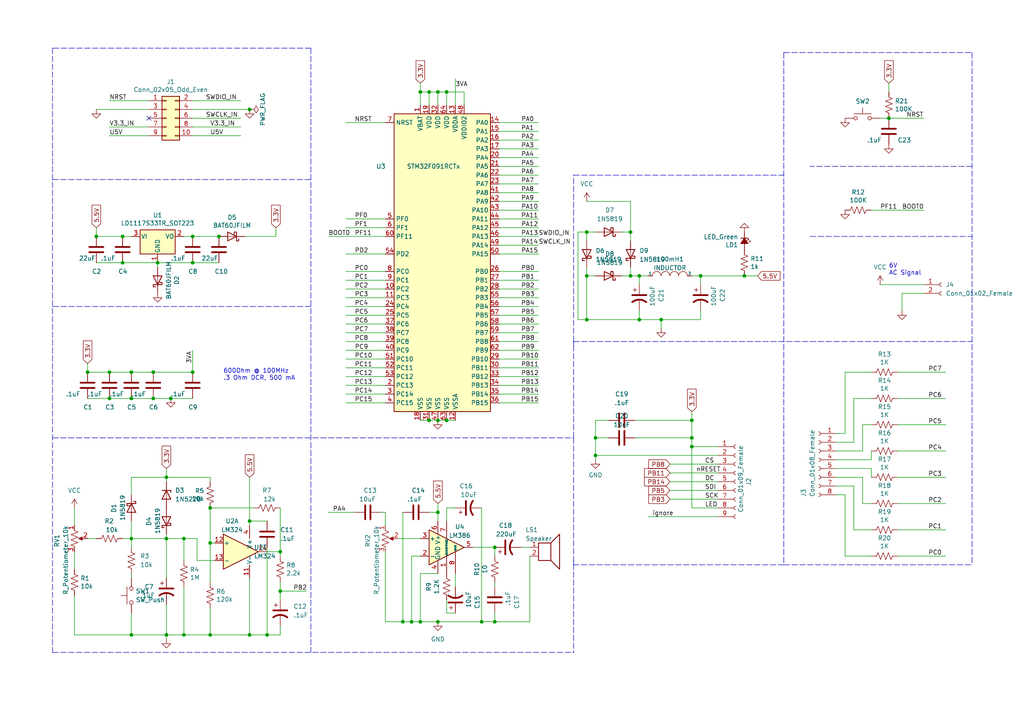
<source format=kicad_sch>
(kicad_sch (version 20211123) (generator eeschema)
  (paper "A4")
  (title_block (title "STM32F091 Dev Board") (date "2020-06-22") (rev "1"))
  (junction (at 170.18 92.71))
  (junction (at 170.18 67.31))
  (junction (at 27.94 68.58))
  (junction (at 38.1 115.57))
  (junction (at 72.39 184.15))
  (junction (at 72.39 31.75))
  (junction (at 200.66 127))
  (junction (at 200.66 129.54))
  (junction (at 191.77 92.71))
  (junction (at 127 26.67))
  (junction (at 172.72 132.08))
  (junction (at 143.51 158.75))
  (junction (at 143.51 180.34))
  (junction (at 129.54 121.92))
  (junction (at 38.1 107.95))
  (junction (at 48.26 184.15))
  (junction (at 60.96 147.32))
  (junction (at 55.88 76.2))
  (junction (at 116.84 180.34))
  (junction (at 121.92 180.34))
  (junction (at 53.34 184.15))
  (junction (at 215.9 80.01))
  (junction (at 127 148.59))
  (junction (at 139.7 180.34))
  (junction (at 48.26 138.43))
  (junction (at 124.46 121.92))
  (junction (at 55.88 68.58))
  (junction (at 44.45 115.57))
  (junction (at 203.2 80.01))
  (junction (at 77.47 184.15))
  (junction (at 257.81 34.29))
  (junction (at 124.46 26.67))
  (junction (at 31.75 107.95))
  (junction (at 127 180.34))
  (junction (at 38.1 156.21))
  (junction (at 129.54 26.67))
  (junction (at 121.92 26.67))
  (junction (at 81.28 160.02))
  (junction (at 55.88 107.95))
  (junction (at 127 121.92))
  (junction (at 81.28 171.45))
  (junction (at 72.39 151.13))
  (junction (at 35.56 76.2))
  (junction (at 119.38 180.34))
  (junction (at 182.88 80.01))
  (junction (at 63.5 68.58))
  (junction (at 38.1 184.15))
  (junction (at 49.53 115.57))
  (junction (at 185.42 92.71))
  (junction (at 45.72 76.2))
  (junction (at 60.96 184.15))
  (junction (at 200.66 121.92))
  (junction (at 60.96 157.48))
  (junction (at 48.26 156.21))
  (junction (at 172.72 127))
  (junction (at 170.18 80.01))
  (junction (at 44.45 107.95))
  (junction (at 31.75 115.57))
  (junction (at 185.42 80.01))
  (junction (at 25.4 107.95))
  (junction (at 182.88 67.31))
  (junction (at 35.56 68.58))
  (junction (at 53.34 156.21))
  (no_connect (at 43.18 34.29))
  (wire (pts (xy 172.72 121.92) (xy 172.72 127)))
  (wire (pts (xy 111.76 78.74) (xy 100.33 78.74)))
  (wire (pts (xy 182.88 80.01) (xy 180.34 80.01)))
  (wire (pts (xy 144.78 63.5) (xy 156.21 63.5)))
  (wire (pts (xy 48.26 175.26) (xy 48.26 184.15)))
  (wire (pts (xy 170.18 67.31) (xy 167.64 67.31)))
  (wire (pts (xy 255.27 34.29) (xy 257.81 34.29)))
  (wire (pts (xy 121.92 166.37) (xy 121.92 180.34)))
  (wire (pts (xy 48.26 138.43) (xy 60.96 138.43)))
  (wire (pts (xy 27.94 76.2) (xy 35.56 76.2)))
  (wire (pts (xy 153.67 161.29) (xy 153.67 180.34)))
  (wire (pts (xy 144.78 91.44) (xy 156.21 91.44)))
  (wire (pts (xy 38.1 138.43) (xy 48.26 138.43)))
  (wire (pts (xy 252.73 135.89) (xy 252.73 138.43)))
  (wire (pts (xy 144.78 60.96) (xy 156.21 60.96)))
  (wire (pts (xy 250.19 138.43) (xy 250.19 146.05)))
  (wire (pts (xy 127 180.34) (xy 139.7 180.34)))
  (wire (pts (xy 260.35 161.29) (xy 274.32 161.29)))
  (wire (pts (xy 200.66 119.38) (xy 200.66 121.92)))
  (wire (pts (xy 45.72 77.47) (xy 45.72 76.2)))
  (wire (pts (xy 111.76 35.56) (xy 100.33 35.56)))
  (wire (pts (xy 111.76 63.5) (xy 100.33 63.5)))
  (wire (pts (xy 260.35 138.43) (xy 274.32 138.43)))
  (polyline (pts (xy 166.37 99.06) (xy 166.37 50.8)))
  (wire (pts (xy 45.72 76.2) (xy 55.88 76.2)))
  (wire (pts (xy 127 146.05) (xy 127 148.59)))
  (wire (pts (xy 191.77 92.71) (xy 191.77 95.25)))
  (wire (pts (xy 21.59 160.02) (xy 21.59 165.1)))
  (wire (pts (xy 144.78 116.84) (xy 156.21 116.84)))
  (wire (pts (xy 124.46 30.48) (xy 124.46 26.67)))
  (wire (pts (xy 242.57 140.97) (xy 247.65 140.97)))
  (wire (pts (xy 55.88 34.29) (xy 69.85 34.29)))
  (wire (pts (xy 38.1 107.95) (xy 44.45 107.95)))
  (wire (pts (xy 129.54 177.8) (xy 132.08 177.8)))
  (wire (pts (xy 257.81 34.29) (xy 267.97 34.29)))
  (wire (pts (xy 129.54 173.99) (xy 129.54 177.8)))
  (wire (pts (xy 215.9 80.01) (xy 219.71 80.01)))
  (wire (pts (xy 53.34 184.15) (xy 60.96 184.15)))
  (wire (pts (xy 53.34 156.21) (xy 57.15 156.21)))
  (wire (pts (xy 250.19 130.81) (xy 250.19 123.19)))
  (wire (pts (xy 111.76 180.34) (xy 116.84 180.34)))
  (wire (pts (xy 144.78 81.28) (xy 156.21 81.28)))
  (wire (pts (xy 48.26 156.21) (xy 53.34 156.21)))
  (wire (pts (xy 48.26 135.89) (xy 48.26 138.43)))
  (wire (pts (xy 111.76 111.76) (xy 100.33 111.76)))
  (wire (pts (xy 129.54 30.48) (xy 129.54 26.67)))
  (wire (pts (xy 252.73 60.96) (xy 267.97 60.96)))
  (wire (pts (xy 245.11 125.73) (xy 245.11 107.95)))
  (wire (pts (xy 115.57 156.21) (xy 121.92 156.21)))
  (wire (pts (xy 261.62 85.09) (xy 261.62 90.17)))
  (wire (pts (xy 252.73 130.81) (xy 252.73 133.35)))
  (wire (pts (xy 200.66 127) (xy 200.66 121.92)))
  (wire (pts (xy 203.2 90.17) (xy 203.2 92.71)))
  (wire (pts (xy 132.08 166.37) (xy 132.08 170.18)))
  (wire (pts (xy 172.72 132.08) (xy 172.72 133.35)))
  (wire (pts (xy 72.39 184.15) (xy 77.47 184.15)))
  (wire (pts (xy 95.25 68.58) (xy 111.76 68.58)))
  (wire (pts (xy 151.13 158.75) (xy 153.67 158.75)))
  (wire (pts (xy 31.75 115.57) (xy 38.1 115.57)))
  (wire (pts (xy 144.78 68.58) (xy 156.21 68.58)))
  (wire (pts (xy 144.78 48.26) (xy 156.21 48.26)))
  (wire (pts (xy 260.35 130.81) (xy 274.32 130.81)))
  (polyline (pts (xy 166.37 99.06) (xy 166.37 100.33)))
  (wire (pts (xy 144.78 53.34) (xy 156.21 53.34)))
  (wire (pts (xy 111.76 83.82) (xy 100.33 83.82)))
  (wire (pts (xy 111.76 66.04) (xy 100.33 66.04)))
  (wire (pts (xy 38.1 177.8) (xy 38.1 184.15)))
  (wire (pts (xy 167.64 92.71) (xy 170.18 92.71)))
  (wire (pts (xy 172.72 127) (xy 172.72 132.08)))
  (wire (pts (xy 250.19 123.19) (xy 252.73 123.19)))
  (wire (pts (xy 77.47 184.15) (xy 81.28 184.15)))
  (wire (pts (xy 132.08 30.48) (xy 132.08 22.86)))
  (wire (pts (xy 55.88 76.2) (xy 63.5 76.2)))
  (wire (pts (xy 194.31 137.16) (xy 208.28 137.16)))
  (wire (pts (xy 200.66 80.01) (xy 203.2 80.01)))
  (wire (pts (xy 119.38 161.29) (xy 121.92 161.29)))
  (wire (pts (xy 72.39 151.13) (xy 77.47 151.13)))
  (wire (pts (xy 48.26 138.43) (xy 48.26 139.7)))
  (wire (pts (xy 48.26 184.15) (xy 48.26 185.42)))
  (wire (pts (xy 127 151.13) (xy 127 148.59)))
  (polyline (pts (xy 166.37 50.8) (xy 227.33 50.8)))
  (wire (pts (xy 38.1 115.57) (xy 44.45 115.57)))
  (wire (pts (xy 257.81 24.13) (xy 257.81 26.67)))
  (wire (pts (xy 185.42 80.01) (xy 187.96 80.01)))
  (polyline (pts (xy 227.33 163.83) (xy 166.37 163.83)))
  (wire (pts (xy 72.39 167.64) (xy 72.39 184.15)))
  (wire (pts (xy 260.35 123.19) (xy 274.32 123.19)))
  (wire (pts (xy 38.1 166.37) (xy 38.1 167.64)))
  (polyline (pts (xy 15.24 13.97) (xy 15.24 189.23)))
  (wire (pts (xy 129.54 121.92) (xy 132.08 121.92)))
  (wire (pts (xy 144.78 114.3) (xy 156.21 114.3)))
  (wire (pts (xy 43.18 29.21) (xy 31.75 29.21)))
  (wire (pts (xy 119.38 161.29) (xy 119.38 180.34)))
  (wire (pts (xy 127 30.48) (xy 127 26.67)))
  (wire (pts (xy 55.88 36.83) (xy 69.85 36.83)))
  (polyline (pts (xy 234.95 99.06) (xy 281.94 99.06)))
  (wire (pts (xy 208.28 129.54) (xy 200.66 129.54)))
  (wire (pts (xy 38.1 151.13) (xy 38.1 156.21)))
  (wire (pts (xy 184.15 127) (xy 200.66 127)))
  (wire (pts (xy 200.66 129.54) (xy 200.66 147.32)))
  (wire (pts (xy 247.65 140.97) (xy 247.65 153.67)))
  (wire (pts (xy 43.18 36.83) (xy 31.75 36.83)))
  (wire (pts (xy 203.2 80.01) (xy 203.2 82.55)))
  (wire (pts (xy 55.88 68.58) (xy 63.5 68.58)))
  (wire (pts (xy 111.76 91.44) (xy 100.33 91.44)))
  (wire (pts (xy 77.47 160.02) (xy 81.28 160.02)))
  (wire (pts (xy 182.88 67.31) (xy 182.88 69.85)))
  (polyline (pts (xy 90.17 88.9) (xy 15.24 88.9)))
  (wire (pts (xy 21.59 184.15) (xy 38.1 184.15)))
  (wire (pts (xy 116.84 180.34) (xy 119.38 180.34)))
  (wire (pts (xy 48.26 154.94) (xy 48.26 156.21)))
  (wire (pts (xy 111.76 96.52) (xy 100.33 96.52)))
  (wire (pts (xy 55.88 101.6) (xy 55.88 107.95)))
  (wire (pts (xy 182.88 67.31) (xy 182.88 58.42)))
  (wire (pts (xy 31.75 107.95) (xy 38.1 107.95)))
  (wire (pts (xy 242.57 125.73) (xy 245.11 125.73)))
  (wire (pts (xy 27.94 68.58) (xy 35.56 68.58)))
  (wire (pts (xy 144.78 101.6) (xy 156.21 101.6)))
  (wire (pts (xy 144.78 104.14) (xy 156.21 104.14)))
  (wire (pts (xy 144.78 86.36) (xy 156.21 86.36)))
  (wire (pts (xy 111.76 81.28) (xy 100.33 81.28)))
  (wire (pts (xy 187.96 149.86) (xy 208.28 149.86)))
  (wire (pts (xy 44.45 115.57) (xy 49.53 115.57)))
  (wire (pts (xy 144.78 93.98) (xy 156.21 93.98)))
  (wire (pts (xy 172.72 80.01) (xy 170.18 80.01)))
  (wire (pts (xy 111.76 116.84) (xy 100.33 116.84)))
  (wire (pts (xy 81.28 171.45) (xy 88.9 171.45)))
  (polyline (pts (xy 234.95 68.58) (xy 281.94 68.58)))
  (polyline (pts (xy 90.17 13.97) (xy 90.17 189.23)))
  (wire (pts (xy 25.4 115.57) (xy 31.75 115.57)))
  (wire (pts (xy 57.15 162.56) (xy 62.23 162.56)))
  (wire (pts (xy 121.92 26.67) (xy 124.46 26.67)))
  (wire (pts (xy 267.97 85.09) (xy 261.62 85.09)))
  (wire (pts (xy 71.12 68.58) (xy 80.01 68.58)))
  (wire (pts (xy 25.4 156.21) (xy 27.94 156.21)))
  (wire (pts (xy 260.35 146.05) (xy 274.32 146.05)))
  (wire (pts (xy 60.96 147.32) (xy 60.96 157.48)))
  (wire (pts (xy 242.57 130.81) (xy 250.19 130.81)))
  (wire (pts (xy 21.59 172.72) (xy 21.59 184.15)))
  (wire (pts (xy 144.78 55.88) (xy 156.21 55.88)))
  (wire (pts (xy 242.57 133.35) (xy 252.73 133.35)))
  (wire (pts (xy 144.78 40.64) (xy 156.21 40.64)))
  (wire (pts (xy 60.96 157.48) (xy 62.23 157.48)))
  (wire (pts (xy 144.78 35.56) (xy 156.21 35.56)))
  (polyline (pts (xy 281.94 48.26) (xy 234.95 48.26)))
  (wire (pts (xy 200.66 147.32) (xy 208.28 147.32)))
  (wire (pts (xy 27.94 31.75) (xy 43.18 31.75)))
  (wire (pts (xy 53.34 68.58) (xy 55.88 68.58)))
  (polyline (pts (xy 166.37 163.83) (xy 166.37 162.56)))
  (wire (pts (xy 170.18 67.31) (xy 172.72 67.31)))
  (wire (pts (xy 111.76 152.4) (xy 111.76 148.59)))
  (wire (pts (xy 144.78 111.76) (xy 156.21 111.76)))
  (wire (pts (xy 242.57 135.89) (xy 252.73 135.89)))
  (wire (pts (xy 203.2 80.01) (xy 215.9 80.01)))
  (wire (pts (xy 144.78 109.22) (xy 156.21 109.22)))
  (wire (pts (xy 245.11 107.95) (xy 252.73 107.95)))
  (wire (pts (xy 80.01 66.04) (xy 80.01 68.58)))
  (polyline (pts (xy 227.33 15.24) (xy 281.94 15.24)))
  (polyline (pts (xy 15.24 52.07) (xy 90.17 52.07)))
  (wire (pts (xy 260.35 115.57) (xy 274.32 115.57)))
  (wire (pts (xy 38.1 156.21) (xy 48.26 156.21)))
  (wire (pts (xy 72.39 138.43) (xy 72.39 151.13)))
  (wire (pts (xy 121.92 180.34) (xy 127 180.34)))
  (wire (pts (xy 247.65 115.57) (xy 252.73 115.57)))
  (wire (pts (xy 194.31 142.24) (xy 208.28 142.24)))
  (wire (pts (xy 57.15 156.21) (xy 57.15 162.56)))
  (wire (pts (xy 48.26 184.15) (xy 53.34 184.15)))
  (wire (pts (xy 191.77 92.71) (xy 203.2 92.71)))
  (wire (pts (xy 129.54 26.67) (xy 134.62 26.67)))
  (wire (pts (xy 134.62 26.67) (xy 134.62 30.48)))
  (wire (pts (xy 124.46 26.67) (xy 127 26.67)))
  (wire (pts (xy 116.84 148.59) (xy 116.84 180.34)))
  (wire (pts (xy 144.78 96.52) (xy 156.21 96.52)))
  (wire (pts (xy 182.88 77.47) (xy 182.88 80.01)))
  (wire (pts (xy 111.76 109.22) (xy 100.33 109.22)))
  (wire (pts (xy 81.28 160.02) (xy 81.28 161.29)))
  (wire (pts (xy 242.57 128.27) (xy 247.65 128.27)))
  (wire (pts (xy 121.92 121.92) (xy 124.46 121.92)))
  (wire (pts (xy 185.42 90.17) (xy 185.42 92.71)))
  (wire (pts (xy 260.35 107.95) (xy 274.32 107.95)))
  (wire (pts (xy 170.18 80.01) (xy 170.18 92.71)))
  (wire (pts (xy 121.92 24.13) (xy 121.92 26.67)))
  (wire (pts (xy 172.72 127) (xy 176.53 127)))
  (wire (pts (xy 127 166.37) (xy 121.92 166.37)))
  (wire (pts (xy 55.88 39.37) (xy 69.85 39.37)))
  (wire (pts (xy 194.31 139.7) (xy 208.28 139.7)))
  (wire (pts (xy 48.26 156.21) (xy 48.26 167.64)))
  (wire (pts (xy 242.57 143.51) (xy 245.11 143.51)))
  (wire (pts (xy 185.42 80.01) (xy 185.42 82.55)))
  (wire (pts (xy 60.96 138.43) (xy 60.96 139.7)))
  (wire (pts (xy 95.25 148.59) (xy 102.87 148.59)))
  (wire (pts (xy 144.78 43.18) (xy 156.21 43.18)))
  (wire (pts (xy 25.4 105.41) (xy 25.4 107.95)))
  (wire (pts (xy 144.78 78.74) (xy 156.21 78.74)))
  (polyline (pts (xy 15.24 189.23) (xy 166.37 189.23)))
  (wire (pts (xy 38.1 156.21) (xy 38.1 158.75)))
  (wire (pts (xy 111.76 104.14) (xy 100.33 104.14)))
  (polyline (pts (xy 227.33 15.24) (xy 227.33 163.83)))
  (wire (pts (xy 124.46 148.59) (xy 127 148.59)))
  (wire (pts (xy 119.38 180.34) (xy 121.92 180.34)))
  (wire (pts (xy 167.64 67.31) (xy 167.64 92.71)))
  (wire (pts (xy 60.96 147.32) (xy 73.66 147.32)))
  (wire (pts (xy 250.19 146.05) (xy 252.73 146.05)))
  (wire (pts (xy 55.88 31.75) (xy 72.39 31.75)))
  (polyline (pts (xy 166.37 127) (xy 166.37 189.23)))
  (wire (pts (xy 260.35 153.67) (xy 274.32 153.67)))
  (wire (pts (xy 53.34 156.21) (xy 53.34 162.56)))
  (wire (pts (xy 143.51 177.8) (xy 143.51 180.34)))
  (wire (pts (xy 176.53 121.92) (xy 172.72 121.92)))
  (wire (pts (xy 31.75 39.37) (xy 43.18 39.37)))
  (wire (pts (xy 111.76 101.6) (xy 100.33 101.6)))
  (wire (pts (xy 170.18 77.47) (xy 170.18 80.01)))
  (wire (pts (xy 143.51 168.91) (xy 143.51 170.18)))
  (wire (pts (xy 242.57 138.43) (xy 250.19 138.43)))
  (wire (pts (xy 139.7 147.32) (xy 139.7 180.34)))
  (wire (pts (xy 38.1 184.15) (xy 48.26 184.15)))
  (wire (pts (xy 25.4 107.95) (xy 31.75 107.95)))
  (wire (pts (xy 144.78 50.8) (xy 156.21 50.8)))
  (wire (pts (xy 137.16 158.75) (xy 143.51 158.75)))
  (wire (pts (xy 49.53 115.57) (xy 55.88 115.57)))
  (wire (pts (xy 247.65 153.67) (xy 252.73 153.67)))
  (wire (pts (xy 72.39 151.13) (xy 72.39 152.4)))
  (wire (pts (xy 143.51 180.34) (xy 153.67 180.34)))
  (wire (pts (xy 27.94 66.04) (xy 27.94 68.58)))
  (wire (pts (xy 111.76 86.36) (xy 100.33 86.36)))
  (polyline (pts (xy 90.17 13.97) (xy 15.24 13.97)))
  (wire (pts (xy 110.49 148.59) (xy 111.76 148.59)))
  (wire (pts (xy 129.54 151.13) (xy 129.54 147.32)))
  (wire (pts (xy 172.72 132.08) (xy 208.28 132.08)))
  (wire (pts (xy 60.96 176.53) (xy 60.96 184.15)))
  (wire (pts (xy 81.28 181.61) (xy 81.28 184.15)))
  (wire (pts (xy 129.54 147.32) (xy 132.08 147.32)))
  (wire (pts (xy 144.78 71.12) (xy 156.21 71.12)))
  (wire (pts (xy 185.42 92.71) (xy 191.77 92.71)))
  (wire (pts (xy 144.78 73.66) (xy 156.21 73.66)))
  (wire (pts (xy 44.45 107.95) (xy 55.88 107.95)))
  (wire (pts (xy 127 121.92) (xy 129.54 121.92)))
  (wire (pts (xy 38.1 156.21) (xy 35.56 156.21)))
  (wire (pts (xy 182.88 80.01) (xy 185.42 80.01)))
  (wire (pts (xy 55.88 29.21) (xy 69.85 29.21)))
  (wire (pts (xy 200.66 121.92) (xy 184.15 121.92)))
  (wire (pts (xy 111.76 160.02) (xy 111.76 180.34)))
  (wire (pts (xy 247.65 128.27) (xy 247.65 115.57)))
  (wire (pts (xy 53.34 170.18) (xy 53.34 184.15)))
  (wire (pts (xy 77.47 158.75) (xy 77.47 184.15)))
  (wire (pts (xy 81.28 173.99) (xy 81.28 171.45)))
  (wire (pts (xy 144.78 106.68) (xy 156.21 106.68)))
  (wire (pts (xy 111.76 99.06) (xy 100.33 99.06)))
  (wire (pts (xy 194.31 134.62) (xy 208.28 134.62)))
  (wire (pts (xy 144.78 66.04) (xy 156.21 66.04)))
  (wire (pts (xy 124.46 121.92) (xy 127 121.92)))
  (wire (pts (xy 35.56 76.2) (xy 45.72 76.2)))
  (wire (pts (xy 38.1 138.43) (xy 38.1 143.51)))
  (wire (pts (xy 170.18 58.42) (xy 182.88 58.42)))
  (wire (pts (xy 60.96 184.15) (xy 72.39 184.15)))
  (wire (pts (xy 245.11 161.29) (xy 252.73 161.29)))
  (polyline (pts (xy 281.94 15.24) (xy 281.94 163.83)))
  (wire (pts (xy 144.78 38.1) (xy 156.21 38.1)))
  (wire (pts (xy 21.59 147.32) (xy 21.59 152.4)))
  (wire (pts (xy 200.66 129.54) (xy 200.66 127)))
  (wire (pts (xy 144.78 58.42) (xy 156.21 58.42)))
  (wire (pts (xy 60.96 157.48) (xy 60.96 168.91)))
  (wire (pts (xy 38.1 68.58) (xy 35.56 68.58)))
  (wire (pts (xy 121.92 30.48) (xy 121.92 26.67)))
  (wire (pts (xy 111.76 93.98) (xy 100.33 93.98)))
  (wire (pts (xy 111.76 106.68) (xy 100.33 106.68)))
  (wire (pts (xy 180.34 67.31) (xy 182.88 67.31)))
  (wire (pts (xy 245.11 143.51) (xy 245.11 161.29)))
  (wire (pts (xy 144.78 99.06) (xy 156.21 99.06)))
  (polyline (pts (xy 166.37 99.06) (xy 234.95 99.06)))
  (wire (pts (xy 81.28 147.32) (xy 81.28 160.02)))
  (wire (pts (xy 170.18 92.71) (xy 185.42 92.71)))
  (wire (pts (xy 143.51 158.75) (xy 143.51 161.29)))
  (wire (pts (xy 255.27 82.55) (xy 267.97 82.55)))
  (wire (pts (xy 81.28 168.91) (xy 81.28 171.45)))
  (wire (pts (xy 144.78 88.9) (xy 156.21 88.9)))
  (polyline (pts (xy 166.37 127) (xy 166.37 99.06)))
  (wire (pts (xy 139.7 180.34) (xy 143.51 180.34)))
  (wire (pts (xy 144.78 83.82) (xy 156.21 83.82)))
  (wire (pts (xy 127 26.67) (xy 129.54 26.67)))
  (wire (pts (xy 144.78 45.72) (xy 156.21 45.72)))
  (wire (pts (xy 111.76 88.9) (xy 100.33 88.9)))
  (wire (pts (xy 194.31 144.78) (xy 208.28 144.78)))
  (wire (pts (xy 170.18 67.31) (xy 170.18 69.85)))
  (wire (pts (xy 111.76 73.66) (xy 100.33 73.66)))
  (polyline (pts (xy 15.24 127) (xy 166.37 127)))
  (wire (pts (xy 111.76 114.3) (xy 100.33 114.3)))
  (polyline (pts (xy 227.33 163.83) (xy 281.94 163.83)))
  (text "600Ohm @ 100MHz\n.3 Ohm DCR, 500 mA" (at 64.77 110.49 0) (effects (font (size 1.27 1.27)) (justify left bottom)))
  (text "6V \nAC Signal\n" (at 257.81 80.01 0) (effects (font (size 1.27 1.27)) (justify left bottom)))
  (label "PA7" (at 151.13 53.34 0))
  (label "PA6" (at 151.13 50.8 0))
  (label "PA3" (at 151.13 43.18 0))
  (label "PF0" (at 102.87 63.5 0))
  (label "PB2" (at 85.09 171.45 0))
  (label "PF1" (at 102.87 66.04 0))
  (label "PB4" (at 151.13 88.9 0))
  (label "3VA" (at 55.88 105.41 90))
  (label "PC3" (at 102.87 86.36 0))
  (label "PC14" (at 102.87 114.3 0))
  (label "PA8" (at 151.13 55.88 0))
  (label "PC11" (at 102.87 106.68 0))
  (label "DC" (at 204.47 139.7 0))
  (label "U5V" (at 31.75 39.37 0))
  (label "PC6" (at 269.24 115.57 0))
  (label "PC0" (at 269.24 161.29 0))
  (label "PB10" (at 151.13 104.14 0))
  (label "PA2" (at 151.13 40.64 0))
  (label "LED" (at 204.47 147.32 0))
  (label "PD2" (at 102.87 73.66 0))
  (label "PC12" (at 102.87 109.22 0))
  (label "ignore" (at 189.23 149.86 0))
  (label "PB0" (at 151.13 78.74 0))
  (label "PB2" (at 151.13 83.82 0))
  (label "PA10" (at 151.13 60.96 0))
  (label "PA4" (at 96.52 148.59 0))
  (label "CS" (at 204.47 134.62 0))
  (label "PA15" (at 151.13 73.66 0))
  (label "PC1" (at 102.87 81.28 0))
  (label "PC7" (at 269.24 107.95 0))
  (label "PA11" (at 151.13 63.5 0))
  (label "PC5" (at 102.87 91.44 0))
  (label "NRST" (at 262.89 34.29 0))
  (label "PC5" (at 269.24 123.19 0))
  (label "PA0" (at 151.13 35.56 0))
  (label "PC2" (at 269.24 146.05 0))
  (label "PC4" (at 269.24 130.81 0))
  (label "U5V" (at 60.96 39.37 0))
  (label "PC3" (at 269.24 138.43 0))
  (label "3VA" (at 132.08 25.4 0))
  (label "PA1" (at 151.13 38.1 0))
  (label "PB14" (at 151.13 114.3 0))
  (label "PB11" (at 151.13 106.68 0))
  (label "PA14" (at 151.13 71.12 0))
  (label "PC6" (at 102.87 93.98 0))
  (label "PB8" (at 151.13 99.06 0))
  (label "PB5" (at 151.13 91.44 0))
  (label "PC0" (at 102.87 78.74 0))
  (label "PF11" (at 255.27 60.96 0))
  (label "PB9" (at 151.13 101.6 0))
  (label "SCK" (at 204.47 144.78 0))
  (label "PA13" (at 151.13 68.58 0))
  (label "PC1" (at 269.24 153.67 0))
  (label "PC10" (at 102.87 104.14 0))
  (label "BOOT0" (at 261.62 60.96 0))
  (label "PB6" (at 151.13 93.98 0))
  (label "PC15" (at 102.87 116.84 0))
  (label "PB1" (at 151.13 81.28 0))
  (label "PA9" (at 151.13 58.42 0))
  (label "SWCLK_IN" (at 156.21 71.12 0))
  (label "PA5" (at 151.13 48.26 0))
  (label "nRESET" (at 201.93 137.16 0))
  (label "V3.3_IN" (at 31.75 36.83 0))
  (label "V3.3_IN" (at 60.96 36.83 0))
  (label "PC9" (at 102.87 101.6 0))
  (label "PC13" (at 102.87 111.76 0))
  (label "SDI" (at 204.47 142.24 0))
  (label "PA4" (at 151.13 45.72 0))
  (label "PB7" (at 151.13 96.52 0))
  (label "BOOT0" (at 95.25 68.58 0))
  (label "PB3" (at 151.13 86.36 0))
  (label "PC7" (at 102.87 96.52 0))
  (label "PC4" (at 102.87 88.9 0))
  (label "SWDIO_IN" (at 156.21 68.58 0))
  (label "PF11" (at 102.87 68.58 0))
  (label "NRST" (at 102.87 35.56 0))
  (label "NRST" (at 31.75 29.21 0))
  (label "PA12" (at 151.13 66.04 0))
  (label "PC2" (at 102.87 83.82 0))
  (label "SWDIO_IN" (at 59.69 29.21 0))
  (label "PB12" (at 151.13 109.22 0))
  (label "SWCLK_IN" (at 59.69 34.29 0))
  (label "PB15" (at 151.13 116.84 0))
  (label "PC8" (at 102.87 99.06 0))
  (label "PB13" (at 151.13 111.76 0))
  (global_label "3.3V" (shape input) (at 200.66 119.38 90) (property "Intersheet References" "${INTERSHEET_REFS}" (effects hide)))
  (global_label "3.3V" (shape input) (at 80.01 66.04 90) (property "Intersheet References" "${INTERSHEET_REFS}" (effects hide)))
  (global_label "PB11" (shape input) (at 194.31 137.16 180) (property "Intersheet References" "${INTERSHEET_REFS}" (effects hide)))
  (global_label "5.5V" (shape input) (at 72.39 138.43 90) (property "Intersheet References" "${INTERSHEET_REFS}" (effects hide)))
  (global_label "PB8" (shape input) (at 194.31 134.62 180) (property "Intersheet References" "${INTERSHEET_REFS}" (effects hide)))
  (global_label "3.3V" (shape input) (at 121.92 24.13 90) (property "Intersheet References" "${INTERSHEET_REFS}" (effects hide)))
  (global_label "3.3V" (shape input) (at 257.81 24.13 90) (property "Intersheet References" "${INTERSHEET_REFS}" (effects hide)))
  (global_label "PB5" (shape input) (at 194.31 142.24 180) (property "Intersheet References" "${INTERSHEET_REFS}" (effects hide)))
  (global_label "PB3" (shape input) (at 194.31 144.78 180) (property "Intersheet References" "${INTERSHEET_REFS}" (effects hide)))
  (global_label "PB14" (shape input) (at 194.31 139.7 180) (property "Intersheet References" "${INTERSHEET_REFS}" (effects hide)))
  (global_label "5.5V" (shape input) (at 219.71 80.01 0) (property "Intersheet References" "${INTERSHEET_REFS}" (effects hide)))
  (global_label "3.3V" (shape input) (at 48.26 135.89 90) (property "Intersheet References" "${INTERSHEET_REFS}" (effects hide)))
  (global_label "5.5V" (shape input) (at 27.94 66.04 90) (property "Intersheet References" "${INTERSHEET_REFS}" (effects hide)))
  (global_label "5.5V" (shape input) (at 127 146.05 90) (property "Intersheet References" "${INTERSHEET_REFS}" (effects hide)))
  (global_label "3.3V" (shape input) (at 25.4 105.41 90) (property "Intersheet References" "${INTERSHEET_REFS}" (effects hide)))
  (symbol (lib_id "Device:R_US") (at 257.81 30.48 0) (unit 1)
    (property "Reference" "R21" (at 259.5372 29.3116 0) (effects (justify left)))
    (property "Value" "100K" (at 259.5372 31.623 0) (effects (justify left)))
    (property "Footprint" "Resistor_SMD:R_0805_2012Metric_Pad1.20x1.40mm_HandSolder" (effects hide))
  )
  (symbol (lib_id "Switch:SW_Push") (at 250.19 34.29 0) (unit 1)
    (property "Reference" "SW2" (at 250.19 29.3878 0))
    (property "Value" "SW_Push" (effects hide))
    (property "Footprint" "Button_Switch_SMD:SW_SPST_PTS645" (effects hide))
  )
  (symbol (lib_id "power:GND") (at 257.81 41.91 0) (unit 1)
    (property "Reference" "#PWR016" (effects hide))
    (property "Value" "GND" (effects hide))
  )
  (symbol (lib_id "power:GND") (at 245.11 34.29 0) (unit 1)
    (property "Reference" "#PWR013" (effects hide))
    (property "Value" "GND" (effects hide))
  )
  (symbol (lib_id "Connector_Generic:Conn_02x05_Odd_Even") (at 48.26 34.29 0) (unit 1)
    (property "Reference" "J1" (at 49.53 23.6982 0))
    (property "Value" "Conn_02x05_Odd_Even" (at 49.53 26.0096 0))
    (property "Footprint" "Connector_IDC:IDC-Header_2x05_P2.54mm_Vertical" (effects hide))
  )
  (symbol (lib_id "power:GND") (at 27.94 31.75 0) (unit 1)
    (property "Reference" "#PWR02" (effects hide))
    (property "Value" "GND" (effects hide))
  )
  (symbol (lib_id "power:GND") (at 72.39 31.75 0) (unit 1)
    (property "Reference" "#PWR06" (effects hide))
    (property "Value" "GND" (effects hide))
  )
  (symbol (lib_id "Regulator_Linear:LD1117S33TR_SOT223") (at 45.72 68.58 0) (unit 1)
    (property "Reference" "U1" (at 45.72 62.4332 0))
    (property "Value" "LD1117S33TR_SOT223" (at 45.72 64.7446 0))
    (property "Footprint" "Package_TO_SOT_SMD:SOT-223-3_TabPin2" (effects hide))
    (property "Datasheet" "http://www.st.com/st-web-ui/static/active/en/resource/technical/document/datasheet/CD00000544.pdf" (effects hide))
  )
  (symbol (lib_id "Device:C") (at 35.56 72.39 0) (unit 1)
    (property "Reference" "C4" (at 34.29 78.74 0) (effects (justify left)))
    (property "Value" ".1uF" (at 29.21 74.93 0) (effects (justify left)))
    (property "Footprint" "Capacitor_SMD:C_0805_2012Metric_Pad1.18x1.45mm_HandSolder" (effects hide))
    (property "Datasheet" "https://datasheet.lcsc.com/szlcsc/Samsung-Electro-Mechanics-CL21C101JBANNNC_C1790.pdf" (effects hide))
  )
  (symbol (lib_id "power:GND") (at 45.72 85.09 0) (unit 1)
    (property "Reference" "#PWR03" (effects hide))
    (property "Value" "GND" (effects hide))
  )
  (symbol (lib_id "power:PWR_FLAG") (at 72.39 31.75 270) (unit 1)
    (property "Reference" "#FLG01" (effects hide))
    (property "Value" "PWR_FLAG" (at 76.2 31.75 0))
  )
  (symbol (lib_id "Diode:BAT60A") (at 67.31 68.58 180) (unit 1)
    (property "Reference" "D5" (at 67.31 63.0682 0))
    (property "Value" "BAT60JFILM" (at 67.31 65.3796 0))
    (property "Footprint" "Diode_SMD:D_SOD-323" (effects hide))
    (property "Datasheet" "https://www.infineon.com/dgdl/Infineon-BAT60ASERIES-DS-v01_01-en.pdf?fileId=db3a304313d846880113def70c9304a9" (effects hide))
  )
  (symbol (lib_id "MCU_ST_STM32F0:STM32F091RCTx") (at 129.54 76.2 0) (unit 1)
    (property "Reference" "U3" (at 110.49 48.26 0))
    (property "Value" "STM32F091RCTx" (at 125.73 48.26 0))
    (property "Footprint" "Package_QFP:LQFP-64_10x10mm_P0.5mm" (effects hide))
    (property "Datasheet" "http://www.st.com/st-web-ui/static/active/en/resource/technical/document/datasheet/DM00115237.pdf" (effects hide))
  )
  (symbol (lib_id "power:GND") (at 127 121.92 0) (unit 1)
    (property "Reference" "#PWR07" (effects hide))
    (property "Value" "GND" (effects hide))
  )
  (symbol (lib_id "power:GND") (at 245.11 60.96 0) (unit 1)
    (property "Reference" "#PWR014" (effects hide))
    (property "Value" "GND" (effects hide))
  )
  (symbol (lib_id "Device:C") (at 27.94 72.39 0) (unit 1)
    (property "Reference" "C2" (at 26.67 78.74 0) (effects (justify left)))
    (property "Value" "22uF" (at 22.86 74.93 0) (effects (justify left)))
    (property "Footprint" "Capacitor_SMD:C_0805_2012Metric_Pad1.18x1.45mm_HandSolder" (effects hide))
    (property "Datasheet" "https://datasheet.lcsc.com/szlcsc/Samsung-Electro-Mechanics-CL21A226MAQNNNE_C45783.pdf" (effects hide))
  )
  (symbol (lib_id "Device:C") (at 63.5 72.39 0) (unit 1)
    (property "Reference" "C10" (at 62.23 78.74 0) (effects (justify left)))
    (property "Value" "22uF" (at 58.42 74.93 0) (effects (justify left)))
    (property "Footprint" "Capacitor_SMD:C_0805_2012Metric_Pad1.18x1.45mm_HandSolder" (effects hide))
    (property "Datasheet" "https://datasheet.lcsc.com/szlcsc/Samsung-Electro-Mechanics-CL21A226MAQNNNE_C45783.pdf" (effects hide))
  )
  (symbol (lib_id "Device:C") (at 55.88 72.39 0) (unit 1)
    (property "Reference" "C8" (at 54.61 78.74 0) (effects (justify left)))
    (property "Value" ".1uF" (at 49.53 74.93 0) (effects (justify left)))
    (property "Footprint" "Capacitor_SMD:C_0805_2012Metric_Pad1.18x1.45mm_HandSolder" (effects hide))
    (property "Datasheet" "https://datasheet.lcsc.com/szlcsc/Samsung-Electro-Mechanics-CL21C101JBANNNC_C1790.pdf" (effects hide))
  )
  (symbol (lib_id "Device:C") (at 25.4 111.76 0) (unit 1)
    (property "Reference" "C1" (at 24.13 118.11 0) (effects (justify left)))
    (property "Value" ".1uF" (at 19.05 114.3 0) (effects (justify left)))
    (property "Footprint" "Capacitor_SMD:C_0805_2012Metric_Pad1.18x1.45mm_HandSolder" (effects hide))
  )
  (symbol (lib_id "Device:C") (at 31.75 111.76 0) (unit 1)
    (property "Reference" "C3" (at 30.48 118.11 0) (effects (justify left)))
    (property "Value" ".1uF" (at 25.4 114.3 0) (effects (justify left)))
    (property "Footprint" "Capacitor_SMD:C_0805_2012Metric_Pad1.18x1.45mm_HandSolder" (effects hide))
  )
  (symbol (lib_id "Device:C") (at 38.1 111.76 0) (unit 1)
    (property "Reference" "C5" (at 36.83 118.11 0) (effects (justify left)))
    (property "Value" ".1uF" (at 31.75 114.3 0) (effects (justify left)))
    (property "Footprint" "Capacitor_SMD:C_0805_2012Metric_Pad1.18x1.45mm_HandSolder" (effects hide))
  )
  (symbol (lib_id "Device:C") (at 44.45 111.76 0) (unit 1)
    (property "Reference" "C6" (at 43.18 118.11 0) (effects (justify left)))
    (property "Value" ".1uF" (at 38.1 114.3 0) (effects (justify left)))
    (property "Footprint" "Capacitor_SMD:C_0805_2012Metric_Pad1.18x1.45mm_HandSolder" (effects hide))
  )
  (symbol (lib_id "Device:C") (at 55.88 111.76 0) (unit 1)
    (property "Reference" "C9" (at 54.61 118.11 0) (effects (justify left)))
    (property "Value" ".1uF" (at 49.53 114.3 0) (effects (justify left)))
    (property "Footprint" "Capacitor_SMD:C_0805_2012Metric_Pad1.18x1.45mm_HandSolder" (effects hide))
  )
  (symbol (lib_id "Device:C") (at 257.81 38.1 0) (unit 1)
    (property "Reference" "C23" (at 260.35 40.64 0) (effects (justify left)))
    (property "Value" ".1uF" (at 251.46 40.64 0) (effects (justify left)))
    (property "Footprint" "Capacitor_SMD:C_0805_2012Metric_Pad1.18x1.45mm_HandSolder" (effects hide))
  )
  (symbol (lib_id "Device:R_US") (at 248.92 60.96 270) (unit 1)
    (property "Reference" "R12" (at 248.92 55.753 90))
    (property "Value" "100K" (at 248.92 58.0644 90))
    (property "Footprint" "Resistor_SMD:R_0805_2012Metric_Pad1.20x1.40mm_HandSolder" (effects hide))
  )
  (symbol (lib_id "power:GND") (at 49.53 115.57 0) (unit 1)
    (property "Reference" "#PWR05" (effects hide))
    (property "Value" "GND" (effects hide))
  )
  (symbol (lib_id "Diode:1N5819") (at 48.26 151.13 90) (unit 1)
    (property "Reference" "D4" (at 43.18 149.86 0) (effects (justify right)))
    (property "Value" "1N5819" (at 45.72 147.32 0) (effects (justify right)))
    (property "Footprint" "Diode_THT:D_DO-41_SOD81_P10.16mm_Horizontal" (effects hide))
    (property "Datasheet" "http://www.vishay.com/docs/88525/1n5817.pdf" (effects hide))
  )
  (symbol (lib_id "power:VCC") (at 170.18 58.42 0) (unit 1)
    (property "Reference" "#PWR09" (effects hide))
    (property "Value" "VCC" (at 170.18 53.34 0))
  )
  (symbol (lib_id "Diode:BAT60A") (at 45.72 81.28 90) (unit 1)
    (property "Reference" "D2" (at 51.2318 81.28 0))
    (property "Value" "BAT60JFILM" (at 48.9204 81.28 0))
    (property "Footprint" "Diode_SMD:D_SOD-323" (effects hide))
    (property "Datasheet" "https://www.infineon.com/dgdl/Infineon-BAT60ASERIES-DS-v01_01-en.pdf?fileId=db3a304313d846880113def70c9304a9" (effects hide))
  )
  (symbol (lib_id "Diode:1N5819") (at 176.53 67.31 180) (unit 1)
    (property "Reference" "D7" (at 176.8475 60.96 0))
    (property "Value" "1N5819" (at 176.8475 63.5 0))
    (property "Footprint" "Diode_THT:D_DO-41_SOD81_P10.16mm_Horizontal" (effects hide))
    (property "Datasheet" "http://www.vishay.com/docs/88525/1n5817.pdf" (effects hide))
  )
  (symbol (lib_name "C_Polarized_US_2") (lib_id "Device:C_Polarized_US") (at 135.89 147.32 90) (unit 1)
    (property "Reference" "C16" (at 137.16 140.97 90) (effects (justify left)))
    (property "Value" "10uF" (at 138.43 143.51 90) (effects (justify left)))
    (property "Footprint" "Capacitor_SMD:C_0805_2012Metric_Pad1.18x1.45mm_HandSolder" (effects hide))
  )
  (symbol (lib_id "Amplifier_Operational:LM324") (at 74.93 160.02 0) (unit 5)
    (property "Reference" "U2" (at 73.66 158.7499 0) (effects (justify left)))
    (property "Value" "LM324" (at 73.66 161.2899 0) (effects (justify left)))
    (property "Footprint" "local_models:U2" (effects hide))
    (property "Datasheet" "http://www.ti.com/lit/ds/symlink/lm2902-n.pdf" (effects hide))
  )
  (symbol (lib_name "C_Polarized_US_1") (lib_id "Device:C_Polarized_US") (at 48.26 171.45 0) (unit 1)
    (property "Reference" "C7" (at 41.91 170.18 0) (effects (justify left)))
    (property "Value" ".1uF" (at 40.64 172.72 0) (effects (justify left)))
    (property "Footprint" "Capacitor_SMD:C_0805_2012Metric_Pad1.18x1.45mm_HandSolder" (effects hide))
  )
  (symbol (lib_id "pspice:INDUCTOR") (at 194.31 80.01 0) (unit 1)
    (property "Reference" "100mH1" (at 194.31 75.1672 0))
    (property "Value" "INDUCTOR" (at 194.31 77.7041 0))
    (property "Footprint" "Inductor_THT:L_Radial_D10.0mm_P5.00mm_Neosid_SD12_style3" (effects hide))
  )
  (symbol (lib_id "Device:R_US") (at 38.1 162.56 0) (unit 1)
    (property "Reference" "R3" (at 40.64 161.2899 0) (effects (justify left)))
    (property "Value" "10k" (at 40.64 163.8299 0) (effects (justify left)))
    (property "Footprint" "Resistor_SMD:R_0805_2012Metric_Pad1.20x1.40mm_HandSolder" (effects hide))
  )
  (symbol (lib_name "C_2") (lib_id "pspice:C") (at 180.34 127 180) (unit 1)
    (property "Reference" "C20" (at 180.34 120.65 0))
    (property "Value" "10uF" (at 180.34 123.19 0))
    (property "Footprint" "Capacitor_SMD:C_0805_2012Metric_Pad1.18x1.45mm_HandSolder" (effects hide))
  )
  (symbol (lib_id "Device:R_US") (at 256.54 130.81 270) (unit 1)
    (property "Reference" "R16" (at 256.54 125.603 90))
    (property "Value" "1K" (at 256.54 127.9144 90))
    (property "Footprint" "Resistor_SMD:R_0805_2012Metric_Pad1.20x1.40mm_HandSolder" (effects hide))
  )
  (symbol (lib_id "Connector:Conn_01x08_Female") (at 242.57 133.35 0) (unit 1)
    (property "Reference" "J3" (at 233.0449 144.145 90) (effects (justify left)))
    (property "Value" "Conn_01x08_Female" (at 235.5849 144.145 90) (effects (justify left)))
    (property "Footprint" "local_models:J2" (effects hide))
  )
  (symbol (lib_id "power:VCC") (at 21.59 147.32 0) (unit 1)
    (property "Reference" "#PWR01" (effects hide))
    (property "Value" "VCC" (at 21.59 142.24 0))
  )
  (symbol (lib_id "Device:R_US") (at 256.54 146.05 270) (unit 1)
    (property "Reference" "R18" (at 256.54 140.843 90))
    (property "Value" "1K" (at 256.54 143.1544 90))
    (property "Footprint" "Resistor_SMD:R_0805_2012Metric_Pad1.20x1.40mm_HandSolder" (effects hide))
  )
  (symbol (lib_id "Switch:SW_Push") (at 38.1 172.72 90) (unit 1)
    (property "Reference" "SW1" (at 39.37 171.4499 90) (effects (justify right)))
    (property "Value" "SW_Push" (at 39.37 173.9899 90) (effects (justify right)))
    (property "Footprint" "Button_Switch_SMD:SW_SPST_PTS645" (effects hide))
  )
  (symbol (lib_id "power:GND") (at 261.62 90.17 0) (unit 1)
    (property "Reference" "#PWR017" (effects hide))
    (property "Value" "GND" (effects hide))
  )
  (symbol (lib_id "Device:R_US") (at 129.54 170.18 0) (unit 1)
    (property "Reference" "R9" (at 124.333 170.18 90))
    (property "Value" "1.2K" (at 126.6444 170.18 90))
    (property "Footprint" "Resistor_SMD:R_0805_2012Metric_Pad1.20x1.40mm_HandSolder" (effects hide))
  )
  (symbol (lib_id "Device:R_US") (at 81.28 165.1 0) (unit 1)
    (property "Reference" "R8" (at 83.0072 163.9316 0) (effects (justify left)))
    (property "Value" "2.2k" (at 83.0072 166.243 0) (effects (justify left)))
    (property "Footprint" "Resistor_SMD:R_0805_2012Metric_Pad1.20x1.40mm_HandSolder" (effects hide))
    (property "Datasheet" "https://datasheet.lcsc.com/szlcsc/Uniroyal-Elec-0805W8F3001T5E_C17661.pdf" (effects hide))
  )
  (symbol (lib_name "1N5819_1") (lib_id "Diode:1N5819") (at 38.1 147.32 270) (unit 1)
    (property "Reference" "D1" (at 33.02 146.05 0) (effects (justify left)))
    (property "Value" "1N5819" (at 35.56 143.51 0) (effects (justify left)))
    (property "Footprint" "Diode_THT:D_DO-41_SOD81_P10.16mm_Horizontal" (effects hide))
    (property "Datasheet" "http://www.vishay.com/docs/88525/1n5817.pdf" (effects hide))
  )
  (symbol (lib_id "Device:R_US") (at 53.34 166.37 0) (unit 1)
    (property "Reference" "R4" (at 55.0672 165.2016 0) (effects (justify left)))
    (property "Value" "1M" (at 55.0672 167.513 0) (effects (justify left)))
    (property "Footprint" "Resistor_SMD:R_0805_2012Metric_Pad1.20x1.40mm_HandSolder" (effects hide))
    (property "Datasheet" "https://datasheet.lcsc.com/szlcsc/Uniroyal-Elec-0805W8F3001T5E_C17661.pdf" (effects hide))
  )
  (symbol (lib_name "C_1") (lib_id "Device:C") (at 120.65 148.59 0) (unit 1)
    (property "Reference" "C14" (at 119.38 142.24 0) (effects (justify left)))
    (property "Value" ".1uF" (at 118.11 144.78 0) (effects (justify left)))
    (property "Footprint" "Capacitor_SMD:C_0805_2012Metric_Pad1.18x1.45mm_HandSolder" (effects hide))
  )
  (symbol (lib_id "Device:R_Potentiometer_US") (at 21.59 156.21 0) (unit 1)
    (property "Reference" "RV1" (at 16.51 154.94 90) (effects (justify right)))
    (property "Value" "R_Potentiometer_10k" (at 19.05 152.4 90) (effects (justify right)))
    (property "Footprint" "local_models:potentiometer" (effects hide))
  )
  (symbol (lib_id "Amplifier_Audio:LM386") (at 129.54 158.75 0) (unit 1)
    (property "Reference" "U4" (at 133.35 152.781 0))
    (property "Value" "LM386" (at 133.35 155.321 0))
    (property "Footprint" "local_models:U4" (effects hide))
    (property "Datasheet" "http://www.ti.com/lit/ds/symlink/lm386.pdf" (effects hide))
  )
  (symbol (lib_id "Device:R_US") (at 256.54 161.29 270) (unit 1)
    (property "Reference" "R20" (at 256.54 156.083 90))
    (property "Value" "1K" (at 256.54 158.3944 90))
    (property "Footprint" "Resistor_SMD:R_0805_2012Metric_Pad1.20x1.40mm_HandSolder" (effects hide))
  )
  (symbol (lib_id "Device:R_US") (at 60.96 172.72 0) (unit 1)
    (property "Reference" "R6" (at 62.6872 171.5516 0) (effects (justify left)))
    (property "Value" "120k" (at 62.6872 173.863 0) (effects (justify left)))
    (property "Footprint" "Resistor_SMD:R_0805_2012Metric_Pad1.20x1.40mm_HandSolder" (effects hide))
    (property "Datasheet" "https://datasheet.lcsc.com/szlcsc/Uniroyal-Elec-0805W8F3001T5E_C17661.pdf" (effects hide))
  )
  (symbol (lib_id "Diode:1N5819") (at 170.18 73.66 90) (unit 1)
    (property "Reference" "D6" (at 172.72 72.7074 90) (effects (justify right)))
    (property "Value" "1N5819" (at 172.72 75.2474 90) (effects (justify right)))
    (property "Footprint" "Diode_THT:D_DO-41_SOD81_P10.16mm_Horizontal" (effects hide))
    (property "Datasheet" "http://www.vishay.com/docs/88525/1n5817.pdf" (effects hide))
  )
  (symbol (lib_name "C_Polarized_US_2") (lib_id "Device:C_Polarized_US") (at 147.32 158.75 90) (unit 1)
    (property "Reference" "C18" (at 148.59 152.4 90) (effects (justify left)))
    (property "Value" "220uF" (at 149.86 154.94 90) (effects (justify left)))
    (property "Footprint" "Capacitor_THT:CP_Radial_D10.0mm_P5.00mm" (effects hide))
  )
  (symbol (lib_id "Connector:Conn_01x02_Female") (at 273.05 82.55 0) (unit 1)
    (property "Reference" "J4" (at 274.32 82.5499 0) (effects (justify left)))
    (property "Value" "Conn_01x02_Female" (at 274.32 85.0899 0) (effects (justify left)))
    (property "Footprint" "local_models:J1" (effects hide))
  )
  (symbol (lib_name "C_1") (lib_id "Device:C") (at 106.68 148.59 0) (unit 1)
    (property "Reference" "C13" (at 105.41 142.24 0) (effects (justify left)))
    (property "Value" "10uF" (at 104.14 144.78 0) (effects (justify left)))
    (property "Footprint" "Capacitor_SMD:C_0805_2012Metric_Pad1.18x1.45mm_HandSolder" (effects hide))
  )
  (symbol (lib_name "C_1") (lib_id "pspice:C") (at 180.34 121.92 180) (unit 1)
    (property "Reference" "C19" (at 180.34 114.3 0))
    (property "Value" ".1uF" (at 180.34 116.84 0))
    (property "Footprint" "Capacitor_SMD:C_0805_2012Metric_Pad1.18x1.45mm_HandSolder" (effects hide))
  )
  (symbol (lib_name "C_Polarized_US_2") (lib_id "Device:C_Polarized_US") (at 185.42 86.36 0) (unit 1)
    (property "Reference" "C21" (at 191.77 87.63 90) (effects (justify left)))
    (property "Value" "100uF" (at 189.23 88.9 90) (effects (justify left)))
    (property "Footprint" "Capacitor_THT:CP_Radial_D10.0mm_P5.00mm" (effects hide))
  )
  (symbol (lib_name "R_US_1") (lib_id "Device:R_US") (at 31.75 156.21 90) (unit 1)
    (property "Reference" "R2" (at 33.02 151.13 90) (effects (justify left)))
    (property "Value" "10k" (at 34.29 153.67 90) (effects (justify left)))
    (property "Footprint" "Resistor_SMD:R_0805_2012Metric_Pad1.20x1.40mm_HandSolder" (effects hide))
    (property "Datasheet" "https://datasheet.lcsc.com/szlcsc/Uniroyal-Elec-0805W8F3001T5E_C17661.pdf" (effects hide))
  )
  (symbol (lib_id "stm32f091-rescue:LED_Small_ALT-Device") (at 215.9 69.85 270) (unit 1)
    (property "Reference" "LD1" (at 214.122 71.0184 90) (effects (justify right)))
    (property "Value" "LED_Green" (at 214.122 68.707 90) (effects (justify right)))
    (property "Footprint" "LED_THT:LED_D2.0mm_W4.8mm_H2.5mm_FlatTop" (effects hide))
  )
  (symbol (lib_id "power:GND") (at 172.72 133.35 0) (unit 1)
    (property "Reference" "#PWR010" (effects hide))
    (property "Value" "GND" (at 172.72 137.7934 0))
  )
  (symbol (lib_id "Connector:Conn_01x09_Female") (at 213.36 139.7 0) (unit 1)
    (property "Reference" "J2" (at 217.17 140.97 90) (effects (justify left)))
    (property "Value" "Conn_01x09_Female" (at 214.8328 148.6662 90) (effects (justify left)))
    (property "Footprint" "local_models:J3" (effects hide))
  )
  (symbol (lib_id "Device:R_US") (at 215.9 76.2 0) (unit 1)
    (property "Reference" "R11" (at 217.6272 75.0316 0) (effects (justify left)))
    (property "Value" "1k" (at 217.6272 77.343 0) (effects (justify left)))
    (property "Footprint" "Resistor_SMD:R_0805_2012Metric_Pad1.20x1.40mm_HandSolder" (effects hide))
    (property "Datasheet" "https://datasheet.lcsc.com/szlcsc/Uniroyal-Elec-0805W8F3001T5E_C17661.pdf" (effects hide))
  )
  (symbol (lib_name "R_US_1") (lib_id "Device:R_US") (at 77.47 147.32 90) (unit 1)
    (property "Reference" "R7" (at 78.74 142.24 90) (effects (justify left)))
    (property "Value" "12k" (at 80.01 144.78 90) (effects (justify left)))
    (property "Footprint" "Resistor_SMD:R_0805_2012Metric_Pad1.20x1.40mm_HandSolder" (effects hide))
    (property "Datasheet" "https://datasheet.lcsc.com/szlcsc/Uniroyal-Elec-0805W8F3001T5E_C17661.pdf" (effects hide))
  )
  (symbol (lib_id "power:GND") (at 127 180.34 0) (unit 1)
    (property "Reference" "#PWR08" (effects hide))
    (property "Value" "GND" (at 127 185.42 0))
  )
  (symbol (lib_id "power:GND") (at 215.9 67.31 180) (unit 1)
    (property "Reference" "#PWR012" (effects hide))
    (property "Value" "GND" (effects hide))
  )
  (symbol (lib_id "Device:Speaker") (at 158.75 158.75 0) (unit 1)
    (property "Reference" "LS1" (at 152.4 153.6699 0) (effects (justify left)))
    (property "Value" "Speaker" (at 152.4 156.2099 0) (effects (justify left)))
    (property "Footprint" "local_models:LS1" (effects hide))
  )
  (symbol (lib_id "Device:C") (at 77.47 154.94 0) (unit 1)
    (property "Reference" "C11" (at 81.28 153.6699 0) (effects (justify left)))
    (property "Value" ".1uF" (at 81.28 156.2099 0) (effects (justify left)))
    (property "Footprint" "Capacitor_SMD:C_0805_2012Metric_Pad1.18x1.45mm_HandSolder" (effects hide))
  )
  (symbol (lib_name "LM324_1") (lib_id "Amplifier_Operational:LM324") (at 69.85 160.02 0) (unit 1)
    (property "Reference" "U2" (at 67.31 151.13 0))
    (property "Value" "LM324" (at 67.31 153.67 0))
    (property "Footprint" "local_models:U2" (effects hide))
    (property "Datasheet" "http://www.ti.com/lit/ds/symlink/lm2902-n.pdf" (effects hide))
  )
  (symbol (lib_id "Diode:1N5819") (at 182.88 73.66 90) (unit 1)
    (property "Reference" "D9" (at 185.42 72.7074 90) (effects (justify right)))
    (property "Value" "1N5819" (at 185.42 75.2474 90) (effects (justify right)))
    (property "Footprint" "Diode_THT:D_DO-41_SOD81_P10.16mm_Horizontal" (effects hide))
    (property "Datasheet" "http://www.vishay.com/docs/88525/1n5817.pdf" (effects hide))
  )
  (symbol (lib_id "Diode:1N53xxB") (at 48.26 143.51 270) (unit 1)
    (property "Reference" "D3" (at 50.8 142.2399 90) (effects (justify left)))
    (property "Value" "1N522B" (at 50.8 144.7799 90) (effects (justify left)))
    (property "Footprint" "Diode_THT:D_DO-41_SOD81_P10.16mm_Horizontal" (effects hide))
    (property "Datasheet" "https://diotec.com/tl_files/diotec/files/pdf/datasheets/1n5345b.pdf" (effects hide))
  )
  (symbol (lib_id "Device:R_US") (at 21.59 168.91 0) (unit 1)
    (property "Reference" "R1" (at 23.3172 167.7416 0) (effects (justify left)))
    (property "Value" "10k" (at 23.3172 170.053 0) (effects (justify left)))
    (property "Footprint" "Resistor_SMD:R_0805_2012Metric_Pad1.20x1.40mm_HandSolder" (effects hide))
    (property "Datasheet" "https://datasheet.lcsc.com/szlcsc/Uniroyal-Elec-0805W8F3001T5E_C17661.pdf" (effects hide))
  )
  (symbol (lib_id "Device:C_Polarized_US") (at 81.28 177.8 0) (unit 1)
    (property "Reference" "C12" (at 85.09 175.8949 0) (effects (justify left)))
    (property "Value" ".1uF" (at 85.09 178.4349 0) (effects (justify left)))
    (property "Footprint" "Capacitor_SMD:C_0805_2012Metric_Pad1.18x1.45mm_HandSolder" (effects hide))
  )
  (symbol (lib_id "Device:R_US") (at 256.54 153.67 270) (unit 1)
    (property "Reference" "R19" (at 256.54 148.463 90))
    (property "Value" "1K" (at 256.54 150.7744 90))
    (property "Footprint" "Resistor_SMD:R_0805_2012Metric_Pad1.20x1.40mm_HandSolder" (effects hide))
  )
  (symbol (lib_id "Device:R_US") (at 256.54 107.95 270) (unit 1)
    (property "Reference" "R13" (at 256.54 102.743 90))
    (property "Value" "1K" (at 256.54 105.0544 90))
    (property "Footprint" "Resistor_SMD:R_0805_2012Metric_Pad1.20x1.40mm_HandSolder" (effects hide))
  )
  (symbol (lib_name "C_Polarized_US_2") (lib_id "Device:C_Polarized_US") (at 132.08 173.99 0) (mirror x) (unit 1)
    (property "Reference" "C15" (at 138.43 172.72 90) (effects (justify left)))
    (property "Value" "10uF" (at 135.89 171.45 90) (effects (justify left)))
    (property "Footprint" "Capacitor_SMD:C_0805_2012Metric_Pad1.18x1.45mm_HandSolder" (effects hide))
  )
  (symbol (lib_id "Device:R_Potentiometer_US") (at 111.76 156.21 0) (unit 1)
    (property "Reference" "RV2" (at 106.68 154.94 90) (effects (justify right)))
    (property "Value" "R_Potentiometer_10k" (at 109.22 152.4 90) (effects (justify right)))
    (property "Footprint" "local_models:potentiometer" (effects hide))
  )
  (symbol (lib_id "Device:R_US") (at 143.51 165.1 0) (unit 1)
    (property "Reference" "R10" (at 138.303 165.1 90))
    (property "Value" "10" (at 140.6144 165.1 90))
    (property "Footprint" "Resistor_SMD:R_0805_2012Metric_Pad1.20x1.40mm_HandSolder" (effects hide))
  )
  (symbol (lib_id "Device:R_US") (at 60.96 143.51 0) (mirror y) (unit 1)
    (property "Reference" "R5" (at 59.2328 142.3416 0) (effects (justify left)))
    (property "Value" "10k" (at 59.2328 144.653 0) (effects (justify left)))
    (property "Footprint" "Resistor_SMD:R_0805_2012Metric_Pad1.20x1.40mm_HandSolder" (effects hide))
    (property "Datasheet" "https://datasheet.lcsc.com/szlcsc/Uniroyal-Elec-0805W8F3001T5E_C17661.pdf" (effects hide))
  )
  (symbol (lib_id "power:GND") (at 48.26 185.42 0) (unit 1)
    (property "Reference" "#PWR04" (effects hide))
    (property "Value" "GND" (effects hide))
  )
  (symbol (lib_id "Diode:1N5819") (at 176.53 80.01 180) (unit 1)
    (property "Reference" "D8" (at 176.8475 73.66 0))
    (property "Value" "1N5819" (at 176.8475 76.2 0))
    (property "Footprint" "Diode_THT:D_DO-41_SOD81_P10.16mm_Horizontal" (effects hide))
    (property "Datasheet" "http://www.vishay.com/docs/88525/1n5817.pdf" (effects hide))
  )
  (symbol (lib_name "C_Polarized_US_2") (lib_id "Device:C_Polarized_US") (at 203.2 86.36 0) (unit 1)
    (property "Reference" "C22" (at 209.55 87.63 90) (effects (justify left)))
    (property "Value" "100uF" (at 207.01 88.9 90) (effects (justify left)))
    (property "Footprint" "Capacitor_THT:CP_Radial_D10.0mm_P5.00mm" (effects hide))
  )
  (symbol (lib_id "power:VCC") (at 255.27 82.55 0) (unit 1)
    (property "Reference" "#PWR015" (effects hide))
    (property "Value" "VCC" (at 255.27 77.47 0))
  )
  (symbol (lib_id "Device:R_US") (at 256.54 123.19 270) (unit 1)
    (property "Reference" "R15" (at 256.54 117.983 90))
    (property "Value" "1K" (at 256.54 120.2944 90))
    (property "Footprint" "Resistor_SMD:R_0805_2012Metric_Pad1.20x1.40mm_HandSolder" (effects hide))
  )
  (symbol (lib_name "C_1") (lib_id "Device:C") (at 143.51 173.99 270) (unit 1)
    (property "Reference" "C17" (at 149.86 172.72 0) (effects (justify left)))
    (property "Value" ".1uF" (at 147.32 171.45 0) (effects (justify left)))
    (property "Footprint" "Capacitor_SMD:C_0805_2012Metric_Pad1.18x1.45mm_HandSolder" (effects hide))
  )
  (symbol (lib_id "Device:R_US") (at 256.54 115.57 270) (unit 1)
    (property "Reference" "R14" (at 256.54 110.363 90))
    (property "Value" "1K" (at 256.54 112.6744 90))
    (property "Footprint" "Resistor_SMD:R_0805_2012Metric_Pad1.20x1.40mm_HandSolder" (effects hide))
  )
  (symbol (lib_id "Device:R_US") (at 256.54 138.43 270) (unit 1)
    (property "Reference" "R17" (at 256.54 133.223 90))
    (property "Value" "1K" (at 256.54 135.5344 90))
    (property "Footprint" "Resistor_SMD:R_0805_2012Metric_Pad1.20x1.40mm_HandSolder" (effects hide))
  )
  (symbol (lib_id "power:GND") (at 191.77 95.25 0) (unit 1)
    (property "Reference" "#PWR011" (effects hide))
    (property "Value" "GND" (effects hide))
  )
)
</source>
